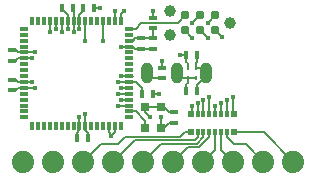
<source format=gbl>
G04*
G04 #@! TF.GenerationSoftware,Altium Limited,Altium Designer,25.1.2 (22)*
G04*
G04 Layer_Physical_Order=4*
G04 Layer_Color=16711680*
%FSLAX44Y44*%
%MOMM*%
G71*
G04*
G04 #@! TF.SameCoordinates,DB710AA7-E77E-4036-8C0A-EA680BC9F52C*
G04*
G04*
G04 #@! TF.FilePolarity,Positive*
G04*
G01*
G75*
%ADD15C,0.1500*%
%ADD16C,0.9906*%
%ADD17O,1.0000X1.8000*%
%ADD18C,1.8796*%
%ADD19C,0.4000*%
%ADD25C,0.7874*%
%ADD26R,0.8000X0.3500*%
%ADD27R,0.3500X0.8000*%
%ADD28R,0.7000X0.4000*%
%ADD29R,0.5000X0.6000*%
%ADD30R,0.3500X0.6000*%
%ADD31R,0.6800X0.7800*%
%ADD32R,0.4000X0.7000*%
%ADD33R,0.2100X0.3100*%
D15*
X129500Y167500D02*
X135000D01*
X170450Y189550D02*
X175000Y185000D01*
X165750Y189550D02*
X170450D01*
X152500Y200000D02*
X152500Y200000D01*
X158000D01*
X167000Y174500D02*
X175000Y182500D01*
X167000Y170000D02*
Y174500D01*
X150000Y185000D02*
X154550Y180450D01*
X159250D01*
X158000Y194500D02*
X159250Y193250D01*
X158000Y194500D02*
Y200000D01*
X159250Y189550D02*
Y193250D01*
X165750Y193250D02*
X167000Y194500D01*
Y200000D01*
X165750Y189550D02*
Y193250D01*
X158000Y175500D02*
X159250Y176750D01*
X158000Y170000D02*
Y175500D01*
X159250Y176750D02*
Y180450D01*
X120000Y227500D02*
X150550D01*
X123350Y156150D02*
X136650D01*
X102500Y162500D02*
X109500D01*
X102500Y182500D02*
X102500Y182500D01*
X109500D01*
X138850Y138850D02*
X143000Y143000D01*
X147500D01*
X143000Y152000D02*
X147500D01*
X138850Y156150D02*
X143000Y152000D01*
X136650Y156150D02*
X138850D01*
X136650Y138850D02*
X138850D01*
X123350Y151650D02*
X127500Y147500D01*
X123350Y151650D02*
Y156150D01*
X136650Y138850D02*
Y147500D01*
X109500Y157500D02*
X109500Y157500D01*
X162500Y151000D02*
Y157500D01*
X100000D02*
X109500D01*
X137500Y189500D02*
Y195000D01*
X159250Y188250D02*
Y189550D01*
Y180450D02*
X165750D01*
X125000Y185000D02*
X129500Y180500D01*
X137500D01*
X130000Y232000D02*
Y237500D01*
Y214500D02*
Y223000D01*
X115000Y152500D02*
X123350Y144150D01*
Y138850D02*
Y144150D01*
X109500Y152500D02*
X115000D01*
X120000Y205500D02*
X130000D01*
X120000Y214500D02*
X130000D01*
X112725Y212500D02*
X114725Y214500D01*
X120000D01*
X109500Y212500D02*
X112725D01*
X112725Y207500D02*
X114725Y205500D01*
X120000D01*
X109500Y207500D02*
X112725D01*
X115000Y222500D02*
X120000Y227500D01*
X109500Y222500D02*
X115000D01*
X120129Y167871D02*
Y172371D01*
Y167871D02*
X120500Y167500D01*
X109500Y177500D02*
X115000D01*
X120129Y172371D01*
X109500Y182500D02*
X112725D01*
X167500Y150000D02*
Y160000D01*
X177500Y150000D02*
Y165000D01*
X172500Y150000D02*
Y162500D01*
X172500Y150000D02*
X172500Y150000D01*
X94598Y132098D02*
Y132775D01*
X92500Y134873D02*
Y140500D01*
Y134873D02*
X94598Y132775D01*
X67500Y136500D02*
Y140500D01*
Y147500D01*
X72500Y136500D02*
Y140500D01*
Y150000D01*
X95000Y132500D02*
X97500Y135000D01*
Y140500D01*
X70800Y110000D02*
X85800Y125000D01*
X100000D01*
X106000Y131000D01*
X153000D01*
X197500Y151000D02*
Y165000D01*
X192500Y150000D02*
Y162500D01*
X187500Y150000D02*
Y160000D01*
X187500Y150000D02*
X187500Y150000D01*
X182500Y150000D02*
Y157500D01*
X109500Y207500D02*
X109500Y207500D01*
X102500Y207500D02*
X109500D01*
X87500Y212500D02*
Y229500D01*
X87500Y229500D02*
X87500Y229500D01*
X72500Y212500D02*
Y229500D01*
X100000Y167500D02*
X109500D01*
X109500Y167500D01*
X102500Y172500D02*
X109500D01*
X42500Y220000D02*
Y229500D01*
X47500Y222500D02*
Y229500D01*
X47500Y229500D02*
X47500Y229500D01*
X52500Y220000D02*
Y229500D01*
X72500D02*
X72500Y229500D01*
X150550Y227500D02*
X156900Y233850D01*
X30000Y172500D02*
X30000Y172500D01*
X20500Y172500D02*
X30000D01*
X100000Y177500D02*
X109500D01*
X109500Y177500D01*
X62500Y229500D02*
X62500Y229500D01*
Y220000D02*
Y229500D01*
X30000Y202500D02*
X30000Y202500D01*
X20500Y202500D02*
X30000D01*
X27500Y177500D02*
X27500Y177500D01*
X20500Y177500D02*
X27500D01*
X27500Y197500D02*
X27500Y197500D01*
X20500Y197500D02*
X27500D01*
X79500Y240000D02*
X85000D01*
X57500Y222500D02*
X57500Y222500D01*
X57500Y222500D02*
Y229500D01*
X67500Y222500D02*
Y229500D01*
X97500Y237500D02*
X97500Y237500D01*
X97500Y229500D02*
Y237500D01*
X102500Y235000D02*
X105000Y237500D01*
X102500Y229500D02*
Y235000D01*
X176000Y227550D02*
X182300Y233850D01*
X163000Y227250D02*
X169600Y233850D01*
X156900Y221150D02*
X163000Y215050D01*
X169600Y221150D02*
X176000Y214750D01*
X182300Y221150D02*
X188000Y215450D01*
X67500Y234500D02*
X70500Y237500D01*
Y240000D01*
X67500Y229500D02*
Y234500D01*
X53000Y239000D02*
X57500Y234500D01*
Y229500D02*
Y234500D01*
X62500Y229500D02*
Y239500D01*
X13500Y204500D02*
X15500Y202500D01*
X10000Y204500D02*
X13500D01*
X13500Y195500D02*
X14750Y196750D01*
X10000Y195500D02*
X13500D01*
X14750Y196750D02*
X15500Y197500D01*
X14000Y196000D02*
X14750Y196750D01*
X15500Y197500D02*
X20500D01*
X15500Y202500D02*
X20500D01*
X13500Y170500D02*
X15500Y172500D01*
X10000Y170500D02*
X13500D01*
X13500Y179500D02*
X15500Y177500D01*
X10000Y179500D02*
X13500D01*
X15500Y172500D02*
X20500D01*
X15500Y177500D02*
X20500D01*
X65500Y134500D02*
X67500Y136500D01*
X65500Y130000D02*
Y134500D01*
X72500Y136500D02*
X74500Y134500D01*
Y130000D02*
Y134500D01*
X157000Y135000D02*
X161500D01*
X153000Y131000D02*
X157000Y135000D01*
X198000Y125000D02*
X208200D01*
X192500Y130500D02*
X198000Y125000D01*
X192500Y130500D02*
Y135000D01*
X187500Y120300D02*
Y135000D01*
X182500Y120100D02*
Y135000D01*
X159000Y122000D02*
X169000D01*
X177500Y130500D01*
Y135000D01*
X136600Y125000D02*
X167000D01*
X172500Y130500D01*
Y135000D01*
X114200Y128000D02*
X165000D01*
X167500Y130500D01*
Y135000D01*
X223600D02*
X248600Y110000D01*
X198500Y135000D02*
X223600D01*
X96200Y110000D02*
X114200Y128000D01*
X121600Y110000D02*
X136600Y125000D01*
X147000Y110000D02*
X159000Y122000D01*
X208200Y125000D02*
X223200Y110000D01*
X172400D02*
X182500Y120100D01*
X187500Y120300D02*
X197800Y110000D01*
D16*
X144200Y217340D02*
D03*
Y237660D02*
D03*
X195000Y227500D02*
D03*
D17*
X125000Y185000D02*
D03*
X150000D02*
D03*
X175000D02*
D03*
D18*
X248600Y110000D02*
D03*
X223200D02*
D03*
X197800D02*
D03*
X172400D02*
D03*
X147000D02*
D03*
X121600D02*
D03*
X96200D02*
D03*
X70800D02*
D03*
X45400D02*
D03*
X20000D02*
D03*
D19*
X135000Y167500D02*
D03*
X152500Y200000D02*
D03*
X102500Y162500D02*
D03*
X102500Y182500D02*
D03*
X127500Y147500D02*
D03*
X136650D02*
D03*
X162500Y157500D02*
D03*
X100000D02*
D03*
X137500Y195000D02*
D03*
X130000Y237500D02*
D03*
X167500Y160000D02*
D03*
X177500Y165000D02*
D03*
X172500Y162500D02*
D03*
X94598Y132098D02*
D03*
X72500Y150000D02*
D03*
X67500Y147500D02*
D03*
X182500Y157500D02*
D03*
X187500Y160000D02*
D03*
X192500Y162500D02*
D03*
X197500Y165000D02*
D03*
X102500Y207500D02*
D03*
X87500Y212500D02*
D03*
X72500D02*
D03*
X100000Y167500D02*
D03*
X102500Y172500D02*
D03*
X42500Y220000D02*
D03*
X47500Y222500D02*
D03*
X52500Y220000D02*
D03*
X30000Y172500D02*
D03*
X100000Y177500D02*
D03*
X62500Y220000D02*
D03*
X30000Y202500D02*
D03*
X27500Y177500D02*
D03*
X27500Y197500D02*
D03*
X85000Y240000D02*
D03*
X57500Y222500D02*
D03*
X67500D02*
D03*
X97500Y237500D02*
D03*
X105000D02*
D03*
X176000Y227550D02*
D03*
X163000Y227250D02*
D03*
Y215050D02*
D03*
X176000Y214750D02*
D03*
X188000Y215450D02*
D03*
D25*
X156900Y233850D02*
D03*
Y221150D02*
D03*
X169600Y233850D02*
D03*
Y221150D02*
D03*
X182300Y233850D02*
D03*
Y221150D02*
D03*
D26*
X20500Y222500D02*
D03*
Y217500D02*
D03*
Y212500D02*
D03*
Y207500D02*
D03*
Y202500D02*
D03*
Y197500D02*
D03*
Y192500D02*
D03*
Y187500D02*
D03*
Y182500D02*
D03*
Y177500D02*
D03*
Y172500D02*
D03*
Y167500D02*
D03*
Y162500D02*
D03*
Y157500D02*
D03*
Y152500D02*
D03*
Y147500D02*
D03*
X109500Y222500D02*
D03*
Y217500D02*
D03*
Y212500D02*
D03*
Y207500D02*
D03*
Y202500D02*
D03*
Y197500D02*
D03*
Y192500D02*
D03*
Y187500D02*
D03*
Y182500D02*
D03*
Y177500D02*
D03*
Y172500D02*
D03*
Y167500D02*
D03*
Y162500D02*
D03*
Y157500D02*
D03*
Y152500D02*
D03*
Y147500D02*
D03*
D27*
X27500Y140500D02*
D03*
X32500D02*
D03*
X37500D02*
D03*
X42500D02*
D03*
X27500Y229500D02*
D03*
X32500D02*
D03*
X37500D02*
D03*
X42500D02*
D03*
X47500D02*
D03*
X52500D02*
D03*
X57500D02*
D03*
X62500D02*
D03*
X67500D02*
D03*
X72500D02*
D03*
X77500D02*
D03*
X82500D02*
D03*
X87500D02*
D03*
X92500D02*
D03*
X97500D02*
D03*
X102500D02*
D03*
Y140500D02*
D03*
X97500D02*
D03*
X92500D02*
D03*
X87500D02*
D03*
X82500D02*
D03*
X77500D02*
D03*
X72500D02*
D03*
X67500D02*
D03*
X62500D02*
D03*
X57500D02*
D03*
X52500D02*
D03*
X47500D02*
D03*
D28*
X147500Y152000D02*
D03*
Y143000D02*
D03*
X10000Y195500D02*
D03*
Y204500D02*
D03*
Y179500D02*
D03*
Y170500D02*
D03*
X120000Y214500D02*
D03*
Y205500D02*
D03*
X130000Y214500D02*
D03*
Y205500D02*
D03*
Y223000D02*
D03*
Y232000D02*
D03*
X137500Y180500D02*
D03*
Y189500D02*
D03*
D29*
X161500Y150000D02*
D03*
Y135000D02*
D03*
X198500Y150000D02*
D03*
Y135000D02*
D03*
D30*
X167500Y150000D02*
D03*
X182500Y135000D02*
D03*
X192500Y150000D02*
D03*
X172500D02*
D03*
X177500D02*
D03*
X182500D02*
D03*
X187500D02*
D03*
X172500Y135000D02*
D03*
X177500D02*
D03*
X167500D02*
D03*
X187500D02*
D03*
X192500D02*
D03*
D31*
X123350Y156150D02*
D03*
X136650D02*
D03*
Y138850D02*
D03*
X123350D02*
D03*
D32*
X167000Y200000D02*
D03*
X158000D02*
D03*
X53000Y240000D02*
D03*
X62000D02*
D03*
X65500Y130000D02*
D03*
X74500D02*
D03*
X129500Y167500D02*
D03*
X120500D02*
D03*
X158000Y170000D02*
D03*
X167000D02*
D03*
X70500Y240000D02*
D03*
X79500D02*
D03*
D33*
X159250Y180450D02*
D03*
X165750D02*
D03*
Y189550D02*
D03*
X159250D02*
D03*
M02*

</source>
